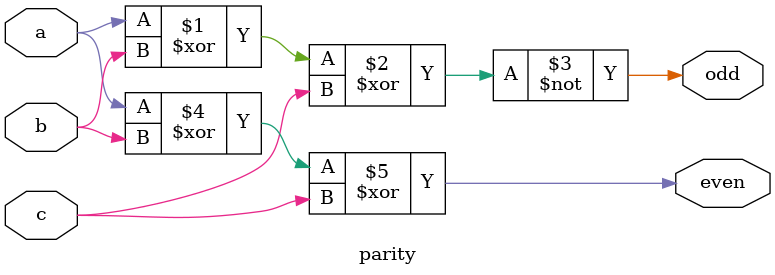
<source format=v>
module parity( 
input a,b,c,
output odd,even);
assign odd= ~(a^b^c);
assign even =a^b^c;
endmodule


</source>
